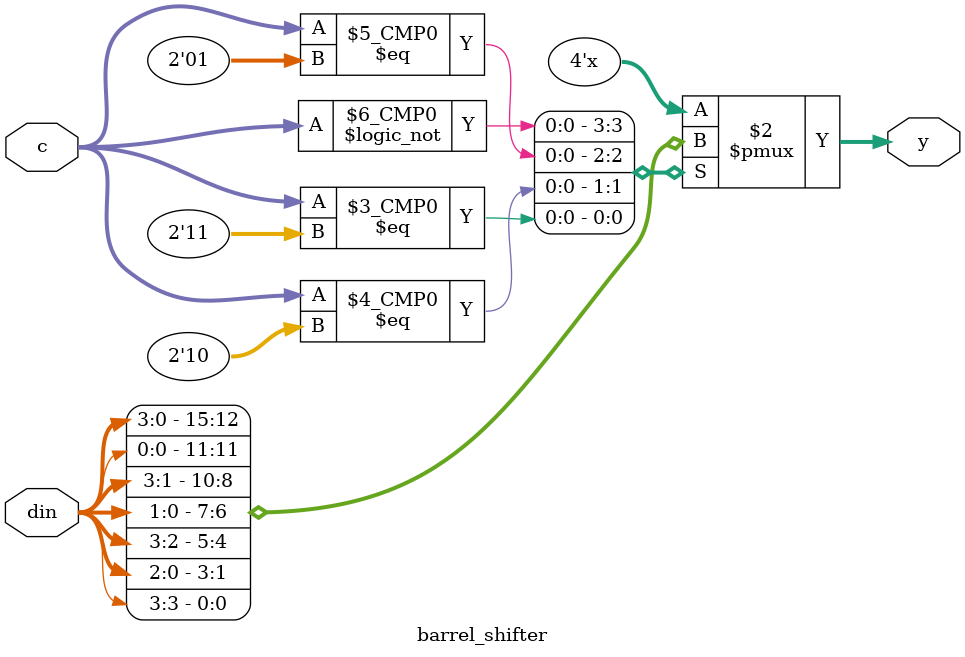
<source format=sv>
module barrel_shifter
  (
    input logic [1:0]c,
    input logic [3:0] din,
    output logic [3:0] y
  
  );
  
  always_comb
    begin
      unique case(c)
        2'b00 : y = din;
        2'b01 : y = {din[0],din[3:1] };
        2'b10 : y = {din[1],din[0], din[3:2] };
        2'b11 : y = {din[2],din[1], din[0], din[3] };
      endcase
    end
endmodule
</source>
